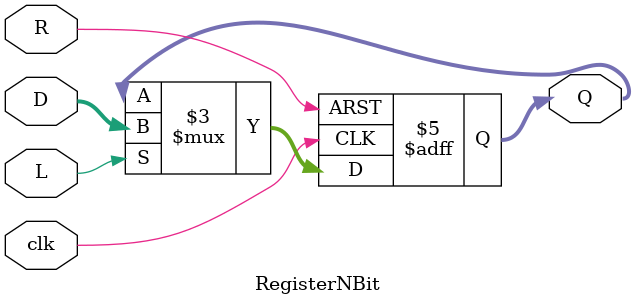
<source format=v>
/* A N bit Register that can specified to
 * any bit width.
 *
 * Author: Bradley Gathers
 * Date: 2/13/2022
*/
module RegisterNBit(Q,D,L,R, clk);
	// I/O and Parameters
	parameter N = 32;
	
	output reg [N-1:0]Q;
	input [N-1:0]D;
	input L;
	input R;
	input clk;
	
	//Synchronous Logic Loop
	always @(posedge R or posedge clk) begin
		if (R) Q = 0;
		else if (L) Q= D;
		else Q = Q;
	end
endmodule
</source>
